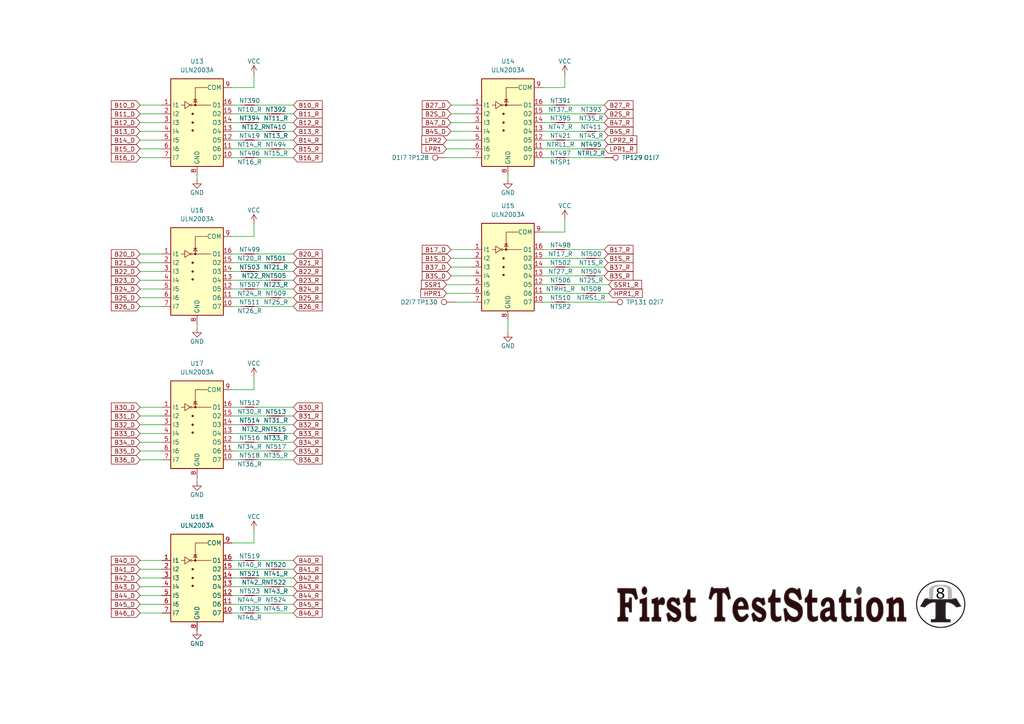
<source format=kicad_sch>
(kicad_sch (version 20211123) (generator eeschema)
  (paper "A4")
  (lib_symbols
    (symbol "Connector:TestPoint" (pin_numbers hide) (pin_names (offset 0.762) hide)
      (property "Reference" "TP" (at 0 6.858 0))
      (property "Value" "TestPoint" (at 0 5.08 0))
      (symbol "TestPoint_0_1"
        (circle (center 0 3.302) (radius 0.762))
      )
      (symbol "TestPoint_1_1"
        (pin passive line (at 0 0 90) (length 2.54) (name "1") (number "1"))
      )
    )
    (symbol "Device:NetTie_2" (pin_numbers hide) (pin_names (offset 0) hide)
      (property "Reference" "NT" (at 0 1.27 0))
      (property "Value" "NetTie_2" (at 0 -1.27 0))
      (symbol "NetTie_2_0_1"
        (polyline (pts (xy -1.27 0) (xy 1.27 0)) (stroke (width 0.254)))
      )
      (symbol "NetTie_2_1_1"
        (pin passive line (at -2.54 0 0) (length 2.54) (name "1") (number "1"))
        (pin passive line (at 2.54 0 180) (length 2.54) (name "2") (number "2"))
      )
    )
    (symbol "Transistor_Array:ULN2003A"
      (property "Reference" "U" (at 0 15.875 0))
      (property "Value" "ULN2003A" (at 0 13.97 0))
      (symbol "ULN2003A_0_1"
        (rectangle (start -7.62 -12.7) (end 7.62 12.7) (stroke (width 0.254)) (fill (type background)))
        (circle (center -1.778 5.08) (radius 0.254))
        (circle (center -1.27 -2.286) (radius 0.254) (fill (type outline)))
        (circle (center -1.27 0) (radius 0.254) (fill (type outline)))
        (circle (center -1.27 2.54) (radius 0.254) (fill (type outline)))
        (circle (center -0.508 5.08) (radius 0.254) (fill (type outline)))
        (polyline (pts (xy -4.572 5.08) (xy -3.556 5.08)))
        (polyline (pts (xy -1.524 5.08) (xy 4.064 5.08)))
        (polyline (pts (xy 0 6.731) (xy -1.016 6.731)))
        (polyline (pts (xy -0.508 5.08) (xy -0.508 10.16) (xy 2.921 10.16)))
        (polyline (pts (xy -3.556 6.096) (xy -3.556 4.064) (xy -2.032 5.08) (xy -3.556 6.096)))
        (polyline (pts (xy 0 5.969) (xy -1.016 5.969) (xy -0.508 6.731) (xy 0 5.969)))
      )
      (symbol "ULN2003A_1_1"
        (pin input line (at -10.16 5.08 0) (length 2.54) (name "I1") (number "1"))
        (pin open_collector line (at 10.16 -10.16 180) (length 2.54) (name "O7") (number "10"))
        (pin open_collector line (at 10.16 -7.62 180) (length 2.54) (name "O6") (number "11"))
        (pin open_collector line (at 10.16 -5.08 180) (length 2.54) (name "O5") (number "12"))
        (pin open_collector line (at 10.16 -2.54 180) (length 2.54) (name "O4") (number "13"))
        (pin open_collector line (at 10.16 0 180) (length 2.54) (name "O3") (number "14"))
        (pin open_collector line (at 10.16 2.54 180) (length 2.54) (name "O2") (number "15"))
        (pin open_collector line (at 10.16 5.08 180) (length 2.54) (name "O1") (number "16"))
        (pin input line (at -10.16 2.54 0) (length 2.54) (name "I2") (number "2"))
        (pin input line (at -10.16 0 0) (length 2.54) (name "I3") (number "3"))
        (pin input line (at -10.16 -2.54 0) (length 2.54) (name "I4") (number "4"))
        (pin input line (at -10.16 -5.08 0) (length 2.54) (name "I5") (number "5"))
        (pin input line (at -10.16 -7.62 0) (length 2.54) (name "I6") (number "6"))
        (pin input line (at -10.16 -10.16 0) (length 2.54) (name "I7") (number "7"))
        (pin power_in line (at 0 -15.24 90) (length 2.54) (name "GND") (number "8"))
        (pin passive line (at 10.16 10.16 180) (length 2.54) (name "COM") (number "9"))
      )
    )
    (symbol "power:GND" (power) (pin_numbers hide) (pin_names (offset 0) hide)
      (property "Value" "GND" (at 0 -3.81 0))
      (symbol "GND_0_1"
        (polyline (pts (xy 0 0) (xy 0 -1.27) (xy 1.27 -1.27) (xy 0 -2.54) (xy -1.27 -1.27) (xy 0 -1.27)))
      )
      (symbol "GND_1_1"
        (pin power_in line (at 0 0 270) (length 0) hide (name "GND") (number "1"))
      )
    )
    (symbol "power:VCC" (power) (pin_numbers hide) (pin_names (offset 0) hide)
      (property "Value" "VCC" (at 0 3.81 0))
      (symbol "VCC_0_1"
        (polyline (pts (xy -0.762 1.27) (xy 0 2.54)))
        (polyline (pts (xy 0 0) (xy 0 2.54)))
        (polyline (pts (xy 0 2.54) (xy 0.762 1.27)))
      )
      (symbol "VCC_1_1"
        (pin power_in line (at 0 0 90) (length 0) hide (name "VCC") (number "1"))
      )
    )
  )
  (wire (pts (xy 40.64 123.19) (xy 46.99 123.19)))
  (wire (pts (xy 157.48 43.18) (xy 168.91 43.18)))
  (wire (pts (xy 40.64 43.18) (xy 46.99 43.18)))
  (wire (pts (xy 67.31 83.82) (xy 69.85 83.82)))
  (wire (pts (xy 67.31 177.8) (xy 69.85 177.8)))
  (wire (pts (xy 82.55 38.1) (xy 85.09 38.1)))
  (wire (pts (xy 67.31 170.18) (xy 77.47 170.18)))
  (wire (pts (xy 67.31 130.81) (xy 77.47 130.81)))
  (wire (pts (xy 157.48 30.48) (xy 160.02 30.48)))
  (wire (pts (xy 74.93 45.72) (xy 85.09 45.72)))
  (wire (pts (xy 67.31 157.48) (xy 73.66 157.48)))
  (wire (pts (xy 73.66 25.4) (xy 73.66 21.59)))
  (wire (pts (xy 67.31 172.72) (xy 69.85 172.72)))
  (wire (pts (xy 173.99 80.01) (xy 175.26 80.01)))
  (wire (pts (xy 157.48 77.47) (xy 160.02 77.47)))
  (wire (pts (xy 40.64 172.72) (xy 46.99 172.72)))
  (wire (pts (xy 82.55 33.02) (xy 85.09 33.02)))
  (wire (pts (xy 40.64 83.82) (xy 46.99 83.82)))
  (wire (pts (xy 67.31 128.27) (xy 69.85 128.27)))
  (wire (pts (xy 74.93 118.11) (xy 85.09 118.11)))
  (wire (pts (xy 74.93 88.9) (xy 85.09 88.9)))
  (wire (pts (xy 173.99 38.1) (xy 175.26 38.1)))
  (wire (pts (xy 173.99 85.09) (xy 176.53 85.09)))
  (wire (pts (xy 165.1 35.56) (xy 175.26 35.56)))
  (wire (pts (xy 173.99 33.02) (xy 175.26 33.02)))
  (wire (pts (xy 40.64 88.9) (xy 46.99 88.9)))
  (wire (pts (xy 157.48 33.02) (xy 168.91 33.02)))
  (wire (pts (xy 74.93 128.27) (xy 85.09 128.27)))
  (wire (pts (xy 67.31 133.35) (xy 69.85 133.35)))
  (wire (pts (xy 67.31 120.65) (xy 77.47 120.65)))
  (wire (pts (xy 40.64 162.56) (xy 46.99 162.56)))
  (wire (pts (xy 40.64 175.26) (xy 46.99 175.26)))
  (wire (pts (xy 165.1 77.47) (xy 175.26 77.47)))
  (wire (pts (xy 67.31 40.64) (xy 69.85 40.64)))
  (wire (pts (xy 130.81 35.56) (xy 137.16 35.56)))
  (wire (pts (xy 157.48 85.09) (xy 168.91 85.09)))
  (wire (pts (xy 157.48 82.55) (xy 160.02 82.55)))
  (wire (pts (xy 157.48 80.01) (xy 168.91 80.01)))
  (wire (pts (xy 74.93 40.64) (xy 85.09 40.64)))
  (wire (pts (xy 40.64 118.11) (xy 46.99 118.11)))
  (wire (pts (xy 74.93 172.72) (xy 85.09 172.72)))
  (wire (pts (xy 40.64 30.48) (xy 46.99 30.48)))
  (wire (pts (xy 40.64 33.02) (xy 46.99 33.02)))
  (wire (pts (xy 129.54 43.18) (xy 137.16 43.18)))
  (wire (pts (xy 67.31 45.72) (xy 69.85 45.72)))
  (wire (pts (xy 157.48 25.4) (xy 163.83 25.4)))
  (wire (pts (xy 74.93 83.82) (xy 85.09 83.82)))
  (wire (pts (xy 129.54 82.55) (xy 137.16 82.55)))
  (wire (pts (xy 82.55 165.1) (xy 85.09 165.1)))
  (wire (pts (xy 82.55 86.36) (xy 85.09 86.36)))
  (wire (pts (xy 165.1 30.48) (xy 175.26 30.48)))
  (wire (pts (xy 147.32 92.71) (xy 147.32 96.52)))
  (wire (pts (xy 157.48 45.72) (xy 160.02 45.72)))
  (wire (pts (xy 40.64 35.56) (xy 46.99 35.56)))
  (wire (pts (xy 132.08 87.63) (xy 137.16 87.63)))
  (wire (pts (xy 82.55 76.2) (xy 85.09 76.2)))
  (wire (pts (xy 40.64 40.64) (xy 46.99 40.64)))
  (wire (pts (xy 67.31 25.4) (xy 73.66 25.4)))
  (wire (pts (xy 40.64 167.64) (xy 46.99 167.64)))
  (wire (pts (xy 165.1 40.64) (xy 175.26 40.64)))
  (wire (pts (xy 173.99 43.18) (xy 175.26 43.18)))
  (wire (pts (xy 67.31 162.56) (xy 69.85 162.56)))
  (wire (pts (xy 73.66 113.03) (xy 73.66 109.22)))
  (wire (pts (xy 40.64 73.66) (xy 46.99 73.66)))
  (wire (pts (xy 74.93 35.56) (xy 85.09 35.56)))
  (wire (pts (xy 67.31 33.02) (xy 77.47 33.02)))
  (wire (pts (xy 40.64 120.65) (xy 46.99 120.65)))
  (wire (pts (xy 82.55 125.73) (xy 85.09 125.73)))
  (wire (pts (xy 157.48 35.56) (xy 160.02 35.56)))
  (wire (pts (xy 74.93 73.66) (xy 85.09 73.66)))
  (wire (pts (xy 82.55 43.18) (xy 85.09 43.18)))
  (wire (pts (xy 74.93 177.8) (xy 85.09 177.8)))
  (wire (pts (xy 74.93 133.35) (xy 85.09 133.35)))
  (wire (pts (xy 73.66 157.48) (xy 73.66 153.67)))
  (wire (pts (xy 82.55 130.81) (xy 85.09 130.81)))
  (wire (pts (xy 173.99 74.93) (xy 175.26 74.93)))
  (wire (pts (xy 130.81 74.93) (xy 137.16 74.93)))
  (wire (pts (xy 67.31 113.03) (xy 73.66 113.03)))
  (wire (pts (xy 40.64 45.72) (xy 46.99 45.72)))
  (wire (pts (xy 40.64 130.81) (xy 46.99 130.81)))
  (wire (pts (xy 67.31 118.11) (xy 69.85 118.11)))
  (wire (pts (xy 82.55 170.18) (xy 85.09 170.18)))
  (wire (pts (xy 57.15 138.43) (xy 57.15 139.7)))
  (wire (pts (xy 163.83 25.4) (xy 163.83 21.59)))
  (wire (pts (xy 67.31 43.18) (xy 77.47 43.18)))
  (wire (pts (xy 157.48 87.63) (xy 160.02 87.63)))
  (wire (pts (xy 157.48 72.39) (xy 160.02 72.39)))
  (wire (pts (xy 163.83 67.31) (xy 163.83 63.5)))
  (wire (pts (xy 67.31 73.66) (xy 69.85 73.66)))
  (wire (pts (xy 67.31 81.28) (xy 77.47 81.28)))
  (wire (pts (xy 67.31 165.1) (xy 77.47 165.1)))
  (wire (pts (xy 157.48 74.93) (xy 168.91 74.93)))
  (wire (pts (xy 165.1 45.72) (xy 175.26 45.72)))
  (wire (pts (xy 40.64 86.36) (xy 46.99 86.36)))
  (wire (pts (xy 130.81 77.47) (xy 137.16 77.47)))
  (wire (pts (xy 67.31 30.48) (xy 69.85 30.48)))
  (wire (pts (xy 67.31 38.1) (xy 77.47 38.1)))
  (wire (pts (xy 130.81 30.48) (xy 137.16 30.48)))
  (wire (pts (xy 74.93 30.48) (xy 85.09 30.48)))
  (wire (pts (xy 67.31 123.19) (xy 69.85 123.19)))
  (wire (pts (xy 74.93 162.56) (xy 85.09 162.56)))
  (wire (pts (xy 129.54 45.72) (xy 137.16 45.72)))
  (wire (pts (xy 157.48 67.31) (xy 163.83 67.31)))
  (wire (pts (xy 57.15 93.98) (xy 57.15 95.25)))
  (wire (pts (xy 165.1 72.39) (xy 175.26 72.39)))
  (wire (pts (xy 67.31 125.73) (xy 77.47 125.73)))
  (wire (pts (xy 82.55 81.28) (xy 85.09 81.28)))
  (wire (pts (xy 40.64 170.18) (xy 46.99 170.18)))
  (wire (pts (xy 130.81 33.02) (xy 137.16 33.02)))
  (wire (pts (xy 74.93 123.19) (xy 85.09 123.19)))
  (wire (pts (xy 67.31 88.9) (xy 69.85 88.9)))
  (wire (pts (xy 40.64 81.28) (xy 46.99 81.28)))
  (wire (pts (xy 130.81 38.1) (xy 137.16 38.1)))
  (wire (pts (xy 157.48 38.1) (xy 168.91 38.1)))
  (wire (pts (xy 67.31 35.56) (xy 69.85 35.56)))
  (wire (pts (xy 74.93 78.74) (xy 85.09 78.74)))
  (wire (pts (xy 147.32 50.8) (xy 147.32 52.07)))
  (wire (pts (xy 165.1 87.63) (xy 176.53 87.63)))
  (wire (pts (xy 67.31 175.26) (xy 77.47 175.26)))
  (wire (pts (xy 40.64 76.2) (xy 46.99 76.2)))
  (wire (pts (xy 129.54 85.09) (xy 137.16 85.09)))
  (wire (pts (xy 73.66 68.58) (xy 73.66 64.77)))
  (wire (pts (xy 40.64 78.74) (xy 46.99 78.74)))
  (wire (pts (xy 40.64 38.1) (xy 46.99 38.1)))
  (wire (pts (xy 82.55 120.65) (xy 85.09 120.65)))
  (wire (pts (xy 157.48 40.64) (xy 160.02 40.64)))
  (wire (pts (xy 67.31 86.36) (xy 77.47 86.36)))
  (wire (pts (xy 129.54 40.64) (xy 137.16 40.64)))
  (wire (pts (xy 165.1 82.55) (xy 176.53 82.55)))
  (wire (pts (xy 40.64 133.35) (xy 46.99 133.35)))
  (wire (pts (xy 82.55 175.26) (xy 85.09 175.26)))
  (wire (pts (xy 67.31 167.64) (xy 69.85 167.64)))
  (wire (pts (xy 67.31 78.74) (xy 69.85 78.74)))
  (wire (pts (xy 40.64 177.8) (xy 46.99 177.8)))
  (wire (pts (xy 40.64 125.73) (xy 46.99 125.73)))
  (wire (pts (xy 74.93 167.64) (xy 85.09 167.64)))
  (wire (pts (xy 40.64 165.1) (xy 46.99 165.1)))
  (wire (pts (xy 67.31 76.2) (xy 77.47 76.2)))
  (wire (pts (xy 130.81 80.01) (xy 137.16 80.01)))
  (wire (pts (xy 67.31 68.58) (xy 73.66 68.58)))
  (wire (pts (xy 130.81 72.39) (xy 137.16 72.39)))
  (wire (pts (xy 40.64 128.27) (xy 46.99 128.27)))
  (wire (pts (xy 57.15 50.8) (xy 57.15 52.07)))
  (image (at 220.98 175.26) (scale 2.13772))
  (image (at 273.05 175.26))
  (global_label "B45_R" (shape input) (at 85.09 175.26 0) (property "Intersheet References" "${INTERSHEET_REFS}" (effects hide)))
  (global_label "B35_R" (shape input) (at 85.09 130.81 0) (property "Intersheet References" "${INTERSHEET_REFS}" (effects hide)))
  (global_label "B44_R" (shape input) (at 85.09 172.72 0) (property "Intersheet References" "${INTERSHEET_REFS}" (effects hide)))
  (global_label "B31_R" (shape input) (at 85.09 120.65 0) (property "Intersheet References" "${INTERSHEET_REFS}" (effects hide)))
  (global_label "LPR1_R" (shape input) (at 175.26 43.18 0) (property "Intersheet References" "${INTERSHEET_REFS}" (effects hide)))
  (global_label "SSR1" (shape input) (at 129.54 82.55 180) (property "Intersheet References" "${INTERSHEET_REFS}" (effects hide)))
  (global_label "B33_D" (shape input) (at 40.64 125.73 180) (property "Intersheet References" "${INTERSHEET_REFS}" (effects hide)))
  (global_label "B34_D" (shape input) (at 40.64 128.27 180) (property "Intersheet References" "${INTERSHEET_REFS}" (effects hide)))
  (global_label "B25_R" (shape input) (at 85.09 86.36 0) (property "Intersheet References" "${INTERSHEET_REFS}" (effects hide)))
  (global_label "B43_D" (shape input) (at 40.64 170.18 180) (property "Intersheet References" "${INTERSHEET_REFS}" (effects hide)))
  (global_label "B43_R" (shape input) (at 85.09 170.18 0) (property "Intersheet References" "${INTERSHEET_REFS}" (effects hide)))
  (global_label "B30_R" (shape input) (at 85.09 118.11 0) (property "Intersheet References" "${INTERSHEET_REFS}" (effects hide)))
  (global_label "B20_R" (shape input) (at 85.09 73.66 0) (property "Intersheet References" "${INTERSHEET_REFS}" (effects hide)))
  (global_label "B40_R" (shape input) (at 85.09 162.56 0) (property "Intersheet References" "${INTERSHEET_REFS}" (effects hide)))
  (global_label "B42_D" (shape input) (at 40.64 167.64 180) (property "Intersheet References" "${INTERSHEET_REFS}" (effects hide)))
  (global_label "B47_R" (shape input) (at 175.26 35.56 0) (property "Intersheet References" "${INTERSHEET_REFS}" (effects hide)))
  (global_label "B1S_D" (shape input) (at 130.81 74.93 180) (property "Intersheet References" "${INTERSHEET_REFS}" (effects hide)))
  (global_label "B2S_D" (shape input) (at 130.81 33.02 180) (property "Intersheet References" "${INTERSHEET_REFS}" (effects hide)))
  (global_label "LPR2" (shape input) (at 129.54 40.64 180) (property "Intersheet References" "${INTERSHEET_REFS}" (effects hide)))
  (global_label "B4S_D" (shape input) (at 130.81 38.1 180) (property "Intersheet References" "${INTERSHEET_REFS}" (effects hide)))
  (global_label "B24_D" (shape input) (at 40.64 83.82 180) (property "Intersheet References" "${INTERSHEET_REFS}" (effects hide)))
  (global_label "B22_R" (shape input) (at 85.09 78.74 0) (property "Intersheet References" "${INTERSHEET_REFS}" (effects hide)))
  (global_label "B4S_R" (shape input) (at 175.26 38.1 0) (property "Intersheet References" "${INTERSHEET_REFS}" (effects hide)))
  (global_label "B42_R" (shape input) (at 85.09 167.64 0) (property "Intersheet References" "${INTERSHEET_REFS}" (effects hide)))
  (global_label "HPR1_R" (shape input) (at 176.53 85.09 0) (property "Intersheet References" "${INTERSHEET_REFS}" (effects hide)))
  (global_label "B46_D" (shape input) (at 40.64 177.8 180) (property "Intersheet References" "${INTERSHEET_REFS}" (effects hide)))
  (global_label "LPR1" (shape input) (at 129.54 43.18 180) (property "Intersheet References" "${INTERSHEET_REFS}" (effects hide)))
  (global_label "B13_D" (shape input) (at 40.64 38.1 180) (property "Intersheet References" "${INTERSHEET_REFS}" (effects hide)))
  (global_label "B16_R" (shape input) (at 85.09 45.72 0) (property "Intersheet References" "${INTERSHEET_REFS}" (effects hide)))
  (global_label "B40_D" (shape input) (at 40.64 162.56 180) (property "Intersheet References" "${INTERSHEET_REFS}" (effects hide)))
  (global_label "B11_R" (shape input) (at 85.09 33.02 0) (property "Intersheet References" "${INTERSHEET_REFS}" (effects hide)))
  (global_label "B2S_R" (shape input) (at 175.26 33.02 0) (property "Intersheet References" "${INTERSHEET_REFS}" (effects hide)))
  (global_label "B22_D" (shape input) (at 40.64 78.74 180) (property "Intersheet References" "${INTERSHEET_REFS}" (effects hide)))
  (global_label "B36_D" (shape input) (at 40.64 133.35 180) (property "Intersheet References" "${INTERSHEET_REFS}" (effects hide)))
  (global_label "B31_D" (shape input) (at 40.64 120.65 180) (property "Intersheet References" "${INTERSHEET_REFS}" (effects hide)))
  (global_label "B26_D" (shape input) (at 40.64 88.9 180) (property "Intersheet References" "${INTERSHEET_REFS}" (effects hide)))
  (global_label "B17_R" (shape input) (at 175.26 72.39 0) (property "Intersheet References" "${INTERSHEET_REFS}" (effects hide)))
  (global_label "B12_D" (shape input) (at 40.64 35.56 180) (property "Intersheet References" "${INTERSHEET_REFS}" (effects hide)))
  (global_label "B20_D" (shape input) (at 40.64 73.66 180) (property "Intersheet References" "${INTERSHEET_REFS}" (effects hide)))
  (global_label "B47_D" (shape input) (at 130.81 35.56 180) (property "Intersheet References" "${INTERSHEET_REFS}" (effects hide)))
  (global_label "B27_D" (shape input) (at 130.81 30.48 180) (property "Intersheet References" "${INTERSHEET_REFS}" (effects hide)))
  (global_label "B35_D" (shape input) (at 40.64 130.81 180) (property "Intersheet References" "${INTERSHEET_REFS}" (effects hide)))
  (global_label "B21_R" (shape input) (at 85.09 76.2 0) (property "Intersheet References" "${INTERSHEET_REFS}" (effects hide)))
  (global_label "B32_R" (shape input) (at 85.09 123.19 0) (property "Intersheet References" "${INTERSHEET_REFS}" (effects hide)))
  (global_label "B23_R" (shape input) (at 85.09 81.28 0) (property "Intersheet References" "${INTERSHEET_REFS}" (effects hide)))
  (global_label "B33_R" (shape input) (at 85.09 125.73 0) (property "Intersheet References" "${INTERSHEET_REFS}" (effects hide)))
  (global_label "B10_D" (shape input) (at 40.64 30.48 180) (property "Intersheet References" "${INTERSHEET_REFS}" (effects hide)))
  (global_label "B32_D" (shape input) (at 40.64 123.19 180) (property "Intersheet References" "${INTERSHEET_REFS}" (effects hide)))
  (global_label "B41_D" (shape input) (at 40.64 165.1 180) (property "Intersheet References" "${INTERSHEET_REFS}" (effects hide)))
  (global_label "B24_R" (shape input) (at 85.09 83.82 0) (property "Intersheet References" "${INTERSHEET_REFS}" (effects hide)))
  (global_label "LPR2_R" (shape input) (at 175.26 40.64 0) (property "Intersheet References" "${INTERSHEET_REFS}" (effects hide)))
  (global_label "B44_D" (shape input) (at 40.64 172.72 180) (property "Intersheet References" "${INTERSHEET_REFS}" (effects hide)))
  (global_label "B14_D" (shape input) (at 40.64 40.64 180) (property "Intersheet References" "${INTERSHEET_REFS}" (effects hide)))
  (global_label "HPR1" (shape input) (at 129.54 85.09 180) (property "Intersheet References" "${INTERSHEET_REFS}" (effects hide)))
  (global_label "B37_D" (shape input) (at 130.81 77.47 180) (property "Intersheet References" "${INTERSHEET_REFS}" (effects hide)))
  (global_label "B15_D" (shape input) (at 40.64 43.18 180) (property "Intersheet References" "${INTERSHEET_REFS}" (effects hide)))
  (global_label "B37_R" (shape input) (at 175.26 77.47 0) (property "Intersheet References" "${INTERSHEET_REFS}" (effects hide)))
  (global_label "SSR1_R" (shape input) (at 176.53 82.55 0) (property "Intersheet References" "${INTERSHEET_REFS}" (effects hide)))
  (global_label "B10_R" (shape input) (at 85.09 30.48 0) (property "Intersheet References" "${INTERSHEET_REFS}" (effects hide)))
  (global_label "B16_D" (shape input) (at 40.64 45.72 180) (property "Intersheet References" "${INTERSHEET_REFS}" (effects hide)))
  (global_label "B41_R" (shape input) (at 85.09 165.1 0) (property "Intersheet References" "${INTERSHEET_REFS}" (effects hide)))
  (global_label "B25_D" (shape input) (at 40.64 86.36 180) (property "Intersheet References" "${INTERSHEET_REFS}" (effects hide)))
  (global_label "B1S_R" (shape input) (at 175.26 74.93 0) (property "Intersheet References" "${INTERSHEET_REFS}" (effects hide)))
  (global_label "B17_D" (shape input) (at 130.81 72.39 180) (property "Intersheet References" "${INTERSHEET_REFS}" (effects hide)))
  (global_label "B3S_D" (shape input) (at 130.81 80.01 180) (property "Intersheet References" "${INTERSHEET_REFS}" (effects hide)))
  (global_label "B23_D" (shape input) (at 40.64 81.28 180) (property "Intersheet References" "${INTERSHEET_REFS}" (effects hide)))
  (global_label "B11_D" (shape input) (at 40.64 33.02 180) (property "Intersheet References" "${INTERSHEET_REFS}" (effects hide)))
  (global_label "B36_R" (shape input) (at 85.09 133.35 0) (property "Intersheet References" "${INTERSHEET_REFS}" (effects hide)))
  (global_label "B3S_R" (shape input) (at 175.26 80.01 0) (property "Intersheet References" "${INTERSHEET_REFS}" (effects hide)))
  (global_label "B27_R" (shape input) (at 175.26 30.48 0) (property "Intersheet References" "${INTERSHEET_REFS}" (effects hide)))
  (global_label "B26_R" (shape input) (at 85.09 88.9 0) (property "Intersheet References" "${INTERSHEET_REFS}" (effects hide)))
  (global_label "B21_D" (shape input) (at 40.64 76.2 180) (property "Intersheet References" "${INTERSHEET_REFS}" (effects hide)))
  (global_label "B15_R" (shape input) (at 85.09 43.18 0) (property "Intersheet References" "${INTERSHEET_REFS}" (effects hide)))
  (global_label "B30_D" (shape input) (at 40.64 118.11 180) (property "Intersheet References" "${INTERSHEET_REFS}" (effects hide)))
  (global_label "B45_D" (shape input) (at 40.64 175.26 180) (property "Intersheet References" "${INTERSHEET_REFS}" (effects hide)))
  (global_label "B14_R" (shape input) (at 85.09 40.64 0) (property "Intersheet References" "${INTERSHEET_REFS}" (effects hide)))
  (global_label "B34_R" (shape input) (at 85.09 128.27 0) (property "Intersheet References" "${INTERSHEET_REFS}" (effects hide)))
  (global_label "B13_R" (shape input) (at 85.09 38.1 0) (property "Intersheet References" "${INTERSHEET_REFS}" (effects hide)))
  (global_label "B46_R" (shape input) (at 85.09 177.8 0) (property "Intersheet References" "${INTERSHEET_REFS}" (effects hide)))
  (global_label "B12_R" (shape input) (at 85.09 35.56 0) (property "Intersheet References" "${INTERSHEET_REFS}" (effects hide)))
  (symbol (lib_id "Transistor_Array:ULN2003A") (at 147.32 77.47 0) (unit 1)
    (property "Reference" "U15" (at 147.32 59.69 0))
    (property "Value" "ULN2003A" (at 147.32 62.23 0))
    (property "Footprint" "Package_DIP:DIP-16_W7.62mm_LongPads" (effects hide))
    (property "Datasheet" "http://www.ti.com/lit/ds/symlink/uln2003a.pdf" (effects hide))
  )
  (symbol (lib_id "Device:NetTie_2") (at 72.39 133.35 0) (unit 1)
    (property "Reference" "NT518" (at 72.39 132.08 0))
    (property "Value" "NT36_R" (at 72.39 134.62 0))
    (property "Footprint" "NetTie:NetTie-2_Front1.0mm" (effects hide))
  )
  (symbol (lib_id "Connector:TestPoint") (at 129.54 45.72 90) (unit 1)
    (property "Reference" "TP128" (at 124.46 45.72 90) (effects (justify left)))
    (property "Value" "D1I7" (at 118.11 45.72 90) (effects (justify left)))
    (property "Footprint" "TestPoint:TestPoint_THTPad_D1.5mm_Drill0.7mm" (effects hide))
  )
  (symbol (lib_id "Device:NetTie_2") (at 80.01 120.65 0) (unit 1)
    (property "Reference" "NT513" (at 80.01 119.38 0))
    (property "Value" "NT31_R" (at 80.01 121.92 0))
    (property "Footprint" "NetTie:NetTie-2_Front1.0mm" (effects hide))
  )
  (symbol (lib_id "Transistor_Array:ULN2003A") (at 57.15 35.56 0) (unit 1)
    (property "Reference" "U13" (at 57.15 17.78 0))
    (property "Value" "ULN2003A" (at 57.15 20.32 0))
    (property "Footprint" "Package_DIP:DIP-16_W7.62mm_LongPads" (effects hide))
    (property "Datasheet" "http://www.ti.com/lit/ds/symlink/uln2003a.pdf" (effects hide))
  )
  (symbol (lib_id "power:GND") (at 147.32 52.07 0) (unit 1)
    (property "Reference" "#PWR097" (effects hide))
    (property "Value" "GND" (at 147.32 55.88 0))
  )
  (symbol (lib_id "Device:NetTie_2") (at 162.56 82.55 0) (unit 1)
    (property "Reference" "NT506" (at 162.56 81.28 0))
    (property "Value" "NTRH1_R" (at 162.56 83.82 0))
    (property "Footprint" "NetTie:NetTie-2_Front1.0mm" (effects hide))
  )
  (symbol (lib_id "Device:NetTie_2") (at 80.01 170.18 0) (unit 1)
    (property "Reference" "NT522" (at 80.01 168.91 0))
    (property "Value" "NT43_R" (at 80.01 171.45 0))
    (property "Footprint" "NetTie:NetTie-2_Front1.0mm" (effects hide))
  )
  (symbol (lib_id "power:VCC") (at 73.66 109.22 0) (unit 1)
    (property "Reference" "#PWR0143" (effects hide))
    (property "Value" "VCC" (at 73.66 105.41 0))
  )
  (symbol (lib_id "Device:NetTie_2") (at 72.39 35.56 0) (unit 1)
    (property "Reference" "NT394" (at 72.39 34.29 0))
    (property "Value" "NT12_R" (at 73.66 36.83 0))
    (property "Footprint" "NetTie:NetTie-2_Front1.0mm" (effects hide))
  )
  (symbol (lib_id "Device:NetTie_2") (at 80.01 81.28 0) (unit 1)
    (property "Reference" "NT505" (at 80.01 80.01 0))
    (property "Value" "NT23_R" (at 80.01 82.55 0))
    (property "Footprint" "NetTie:NetTie-2_Front1.0mm" (effects hide))
  )
  (symbol (lib_id "Transistor_Array:ULN2003A") (at 57.15 167.64 0) (unit 1)
    (property "Reference" "U18" (at 57.15 149.86 0))
    (property "Value" "ULN2003A" (at 57.15 152.4 0))
    (property "Footprint" "Package_DIP:DIP-16_W7.62mm_LongPads" (effects hide))
    (property "Datasheet" "http://www.ti.com/lit/ds/symlink/uln2003a.pdf" (effects hide))
  )
  (symbol (lib_id "Device:NetTie_2") (at 162.56 30.48 0) (unit 1)
    (property "Reference" "NT391" (at 162.56 29.21 0))
    (property "Value" "NT37_R" (at 162.56 31.75 0))
    (property "Footprint" "NetTie:NetTie-2_Front1.0mm" (effects hide))
  )
  (symbol (lib_id "Transistor_Array:ULN2003A") (at 57.15 78.74 0) (unit 1)
    (property "Reference" "U16" (at 57.15 60.96 0))
    (property "Value" "ULN2003A" (at 57.15 63.5 0))
    (property "Footprint" "Package_DIP:DIP-16_W7.62mm_LongPads" (effects hide))
    (property "Datasheet" "http://www.ti.com/lit/ds/symlink/uln2003a.pdf" (effects hide))
  )
  (symbol (lib_id "Transistor_Array:ULN2003A") (at 147.32 35.56 0) (unit 1)
    (property "Reference" "U14" (at 147.32 17.78 0))
    (property "Value" "ULN2003A" (at 147.32 20.32 0))
    (property "Footprint" "Package_DIP:DIP-16_W7.62mm_LongPads" (effects hide))
    (property "Datasheet" "http://www.ti.com/lit/ds/symlink/uln2003a.pdf" (effects hide))
  )
  (symbol (lib_id "Device:NetTie_2") (at 80.01 76.2 0) (unit 1)
    (property "Reference" "NT501" (at 80.01 74.93 0))
    (property "Value" "NT21_R" (at 80.01 77.47 0))
    (property "Footprint" "NetTie:NetTie-2_Front1.0mm" (effects hide))
  )
  (symbol (lib_id "Device:NetTie_2") (at 72.39 162.56 0) (unit 1)
    (property "Reference" "NT519" (at 72.39 161.29 0))
    (property "Value" "NT40_R" (at 72.39 163.83 0))
    (property "Footprint" "NetTie:NetTie-2_Front1.0mm" (effects hide))
  )
  (symbol (lib_id "Device:NetTie_2") (at 162.56 45.72 0) (unit 1)
    (property "Reference" "NT497" (at 162.56 44.45 0))
    (property "Value" "NTSP1" (at 162.56 46.99 0))
    (property "Footprint" "NetTie:NetTie-2_Front1.0mm" (effects hide))
  )
  (symbol (lib_id "Device:NetTie_2") (at 80.01 43.18 0) (unit 1)
    (property "Reference" "NT494" (at 80.01 41.91 0))
    (property "Value" "NT15_R" (at 80.01 44.45 0))
    (property "Footprint" "NetTie:NetTie-2_Front1.0mm" (effects hide))
  )
  (symbol (lib_id "Device:NetTie_2") (at 72.39 167.64 0) (unit 1)
    (property "Reference" "NT521" (at 72.39 166.37 0))
    (property "Value" "NT42_R" (at 73.66 168.91 0))
    (property "Footprint" "NetTie:NetTie-2_Front1.0mm" (effects hide))
  )
  (symbol (lib_id "power:GND") (at 147.32 96.52 0) (unit 1)
    (property "Reference" "#PWR0142" (effects hide))
    (property "Value" "GND" (at 147.32 100.33 0))
  )
  (symbol (lib_id "Device:NetTie_2") (at 171.45 85.09 0) (unit 1)
    (property "Reference" "NT508" (at 171.45 83.82 0))
    (property "Value" "NTRS1_R" (at 171.45 86.36 0))
    (property "Footprint" "NetTie:NetTie-2_Front1.0mm" (effects hide))
  )
  (symbol (lib_id "Device:NetTie_2") (at 72.39 30.48 0) (unit 1)
    (property "Reference" "NT390" (at 72.39 29.21 0))
    (property "Value" "NT10_R" (at 72.39 31.75 0))
    (property "Footprint" "NetTie:NetTie-2_Front1.0mm" (effects hide))
  )
  (symbol (lib_id "Connector:TestPoint") (at 176.53 87.63 270) (unit 1)
    (property "Reference" "TP131" (at 181.61 87.63 90) (effects (justify left)))
    (property "Value" "O2I7" (at 187.96 87.63 90) (effects (justify left)))
    (property "Footprint" "TestPoint:TestPoint_THTPad_D1.5mm_Drill0.7mm" (effects hide))
  )
  (symbol (lib_id "power:VCC") (at 163.83 63.5 0) (unit 1)
    (property "Reference" "#PWR0120" (effects hide))
    (property "Value" "VCC" (at 163.83 59.69 0))
  )
  (symbol (lib_id "Device:NetTie_2") (at 72.39 118.11 0) (unit 1)
    (property "Reference" "NT512" (at 72.39 116.84 0))
    (property "Value" "NT30_R" (at 72.39 119.38 0))
    (property "Footprint" "NetTie:NetTie-2_Front1.0mm" (effects hide))
  )
  (symbol (lib_id "power:VCC") (at 73.66 153.67 0) (unit 1)
    (property "Reference" "#PWR0145" (effects hide))
    (property "Value" "VCC" (at 73.66 149.86 0))
  )
  (symbol (lib_id "Device:NetTie_2") (at 80.01 38.1 0) (unit 1)
    (property "Reference" "NT410" (at 80.01 36.83 0))
    (property "Value" "NT13_R" (at 80.01 39.37 0))
    (property "Footprint" "NetTie:NetTie-2_Front1.0mm" (effects hide))
  )
  (symbol (lib_id "Transistor_Array:ULN2003A") (at 57.15 123.19 0) (unit 1)
    (property "Reference" "U17" (at 57.15 105.41 0))
    (property "Value" "ULN2003A" (at 57.15 107.95 0))
    (property "Footprint" "Package_DIP:DIP-16_W7.62mm_LongPads" (effects hide))
    (property "Datasheet" "http://www.ti.com/lit/ds/symlink/uln2003a.pdf" (effects hide))
  )
  (symbol (lib_id "Device:NetTie_2") (at 80.01 86.36 0) (unit 1)
    (property "Reference" "NT509" (at 80.01 85.09 0))
    (property "Value" "NT25_R" (at 80.01 87.63 0))
    (property "Footprint" "NetTie:NetTie-2_Front1.0mm" (effects hide))
  )
  (symbol (lib_id "Connector:TestPoint") (at 132.08 87.63 90) (unit 1)
    (property "Reference" "TP130" (at 127 87.63 90) (effects (justify left)))
    (property "Value" "D2I7" (at 120.65 87.63 90) (effects (justify left)))
    (property "Footprint" "TestPoint:TestPoint_THTPad_D1.5mm_Drill0.7mm" (effects hide))
  )
  (symbol (lib_id "Device:NetTie_2") (at 171.45 74.93 0) (unit 1)
    (property "Reference" "NT500" (at 171.45 73.66 0))
    (property "Value" "NT1S_R" (at 171.45 76.2 0))
    (property "Footprint" "NetTie:NetTie-2_Front1.0mm" (effects hide))
  )
  (symbol (lib_id "Device:NetTie_2") (at 72.39 40.64 0) (unit 1)
    (property "Reference" "NT419" (at 72.39 39.37 0))
    (property "Value" "NT14_R" (at 72.39 41.91 0))
    (property "Footprint" "NetTie:NetTie-2_Front1.0mm" (effects hide))
  )
  (symbol (lib_id "power:VCC") (at 73.66 21.59 0) (unit 1)
    (property "Reference" "#PWR091" (effects hide))
    (property "Value" "VCC" (at 73.66 17.78 0))
  )
  (symbol (lib_id "Device:NetTie_2") (at 162.56 40.64 0) (unit 1)
    (property "Reference" "NT421" (at 162.56 39.37 0))
    (property "Value" "NTRL1_R" (at 162.56 41.91 0))
    (property "Footprint" "NetTie:NetTie-2_Front1.0mm" (effects hide))
  )
  (symbol (lib_id "power:GND") (at 57.15 95.25 0) (unit 1)
    (property "Reference" "#PWR0141" (effects hide))
    (property "Value" "GND" (at 57.15 99.06 0))
  )
  (symbol (lib_id "Device:NetTie_2") (at 171.45 33.02 0) (unit 1)
    (property "Reference" "NT393" (at 171.45 31.75 0))
    (property "Value" "NT3S_R" (at 171.45 34.29 0))
    (property "Footprint" "NetTie:NetTie-2_Front1.0mm" (effects hide))
  )
  (symbol (lib_id "power:GND") (at 57.15 139.7 0) (unit 1)
    (property "Reference" "#PWR0144" (effects hide))
    (property "Value" "GND" (at 57.15 143.51 0))
  )
  (symbol (lib_id "Device:NetTie_2") (at 162.56 77.47 0) (unit 1)
    (property "Reference" "NT502" (at 162.56 76.2 0))
    (property "Value" "NT27_R" (at 162.56 78.74 0))
    (property "Footprint" "NetTie:NetTie-2_Front1.0mm" (effects hide))
  )
  (symbol (lib_id "Device:NetTie_2") (at 80.01 130.81 0) (unit 1)
    (property "Reference" "NT517" (at 80.01 129.54 0))
    (property "Value" "NT35_R" (at 80.01 132.08 0))
    (property "Footprint" "NetTie:NetTie-2_Front1.0mm" (effects hide))
  )
  (symbol (lib_id "Device:NetTie_2") (at 72.39 45.72 0) (unit 1)
    (property "Reference" "NT496" (at 72.39 44.45 0))
    (property "Value" "NT16_R" (at 72.39 46.99 0))
    (property "Footprint" "NetTie:NetTie-2_Front1.0mm" (effects hide))
  )
  (symbol (lib_id "Device:NetTie_2") (at 80.01 165.1 0) (unit 1)
    (property "Reference" "NT520" (at 80.01 163.83 0))
    (property "Value" "NT41_R" (at 80.01 166.37 0))
    (property "Footprint" "NetTie:NetTie-2_Front1.0mm" (effects hide))
  )
  (symbol (lib_id "Device:NetTie_2") (at 72.39 177.8 0) (unit 1)
    (property "Reference" "NT525" (at 72.39 176.53 0))
    (property "Value" "NT46_R" (at 72.39 179.07 0))
    (property "Footprint" "NetTie:NetTie-2_Front1.0mm" (effects hide))
  )
  (symbol (lib_id "Device:NetTie_2") (at 171.45 43.18 0) (unit 1)
    (property "Reference" "NT495" (at 171.45 41.91 0))
    (property "Value" "NTRL2_R" (at 171.45 44.45 0))
    (property "Footprint" "NetTie:NetTie-2_Front1.0mm" (effects hide))
  )
  (symbol (lib_id "Device:NetTie_2") (at 80.01 175.26 0) (unit 1)
    (property "Reference" "NT524" (at 80.01 173.99 0))
    (property "Value" "NT45_R" (at 80.01 176.53 0))
    (property "Footprint" "NetTie:NetTie-2_Front1.0mm" (effects hide))
  )
  (symbol (lib_id "Device:NetTie_2") (at 171.45 80.01 0) (unit 1)
    (property "Reference" "NT504" (at 171.45 78.74 0))
    (property "Value" "NT2S_R" (at 171.45 81.28 0))
    (property "Footprint" "NetTie:NetTie-2_Front1.0mm" (effects hide))
  )
  (symbol (lib_id "Connector:TestPoint") (at 175.26 45.72 270) (unit 1)
    (property "Reference" "TP129" (at 180.34 45.72 90) (effects (justify left)))
    (property "Value" "O1I7" (at 186.69 45.72 90) (effects (justify left)))
    (property "Footprint" "TestPoint:TestPoint_THTPad_D1.5mm_Drill0.7mm" (effects hide))
  )
  (symbol (lib_id "Device:NetTie_2") (at 72.39 128.27 0) (unit 1)
    (property "Reference" "NT516" (at 72.39 127 0))
    (property "Value" "NT34_R" (at 72.39 129.54 0))
    (property "Footprint" "NetTie:NetTie-2_Front1.0mm" (effects hide))
  )
  (symbol (lib_id "Device:NetTie_2") (at 72.39 73.66 0) (unit 1)
    (property "Reference" "NT499" (at 72.39 72.39 0))
    (property "Value" "NT20_R" (at 72.39 74.93 0))
    (property "Footprint" "NetTie:NetTie-2_Front1.0mm" (effects hide))
  )
  (symbol (lib_id "Device:NetTie_2") (at 72.39 172.72 0) (unit 1)
    (property "Reference" "NT523" (at 72.39 171.45 0))
    (property "Value" "NT44_R" (at 72.39 173.99 0))
    (property "Footprint" "NetTie:NetTie-2_Front1.0mm" (effects hide))
  )
  (symbol (lib_id "Device:NetTie_2") (at 171.45 38.1 0) (unit 1)
    (property "Reference" "NT411" (at 171.45 36.83 0))
    (property "Value" "NT4S_R" (at 171.45 39.37 0))
    (property "Footprint" "NetTie:NetTie-2_Front1.0mm" (effects hide))
  )
  (symbol (lib_id "Device:NetTie_2") (at 72.39 78.74 0) (unit 1)
    (property "Reference" "NT503" (at 72.39 77.47 0))
    (property "Value" "NT22_R" (at 73.66 80.01 0))
    (property "Footprint" "NetTie:NetTie-2_Front1.0mm" (effects hide))
  )
  (symbol (lib_id "Device:NetTie_2") (at 162.56 35.56 0) (unit 1)
    (property "Reference" "NT395" (at 162.56 34.29 0))
    (property "Value" "NT47_R" (at 162.56 36.83 0))
    (property "Footprint" "NetTie:NetTie-2_Front1.0mm" (effects hide))
  )
  (symbol (lib_id "Device:NetTie_2") (at 162.56 72.39 0) (unit 1)
    (property "Reference" "NT498" (at 162.56 71.12 0))
    (property "Value" "NT17_R" (at 162.56 73.66 0))
    (property "Footprint" "NetTie:NetTie-2_Front1.0mm" (effects hide))
  )
  (symbol (lib_id "power:VCC") (at 163.83 21.59 0) (unit 1)
    (property "Reference" "#PWR094" (effects hide))
    (property "Value" "VCC" (at 163.83 17.78 0))
  )
  (symbol (lib_id "power:GND") (at 57.15 182.88 0) (unit 1)
    (property "Reference" "#PWR0146" (effects hide))
    (property "Value" "GND" (at 57.15 186.69 0))
  )
  (symbol (lib_id "Device:NetTie_2") (at 80.01 33.02 0) (unit 1)
    (property "Reference" "NT392" (at 80.01 31.75 0))
    (property "Value" "NT11_R" (at 80.01 34.29 0))
    (property "Footprint" "NetTie:NetTie-2_Front1.0mm" (effects hide))
  )
  (symbol (lib_id "power:VCC") (at 73.66 64.77 0) (unit 1)
    (property "Reference" "#PWR0122" (effects hide))
    (property "Value" "VCC" (at 73.66 60.96 0))
  )
  (symbol (lib_id "Device:NetTie_2") (at 162.56 87.63 0) (unit 1)
    (property "Reference" "NT510" (at 162.56 86.36 0))
    (property "Value" "NTSP2" (at 162.56 88.9 0))
    (property "Footprint" "NetTie:NetTie-2_Front1.0mm" (effects hide))
  )
  (symbol (lib_id "Device:NetTie_2") (at 72.39 83.82 0) (unit 1)
    (property "Reference" "NT507" (at 72.39 82.55 0))
    (property "Value" "NT24_R" (at 72.39 85.09 0))
    (property "Footprint" "NetTie:NetTie-2_Front1.0mm" (effects hide))
  )
  (symbol (lib_id "Device:NetTie_2") (at 72.39 123.19 0) (unit 1)
    (property "Reference" "NT514" (at 72.39 121.92 0))
    (property "Value" "NT32_R" (at 73.66 124.46 0))
    (property "Footprint" "NetTie:NetTie-2_Front1.0mm" (effects hide))
  )
  (symbol (lib_id "power:GND") (at 57.15 52.07 0) (unit 1)
    (property "Reference" "#PWR096" (effects hide))
    (property "Value" "GND" (at 57.15 55.88 0))
  )
  (symbol (lib_id "Device:NetTie_2") (at 72.39 88.9 0) (unit 1)
    (property "Reference" "NT511" (at 72.39 87.63 0))
    (property "Value" "NT26_R" (at 72.39 90.17 0))
    (property "Footprint" "NetTie:NetTie-2_Front1.0mm" (effects hide))
  )
  (symbol (lib_id "Device:NetTie_2") (at 80.01 125.73 0) (unit 1)
    (property "Reference" "NT515" (at 80.01 124.46 0))
    (property "Value" "NT33_R" (at 80.01 127 0))
    (property "Footprint" "NetTie:NetTie-2_Front1.0mm" (effects hide))
  )
)
</source>
